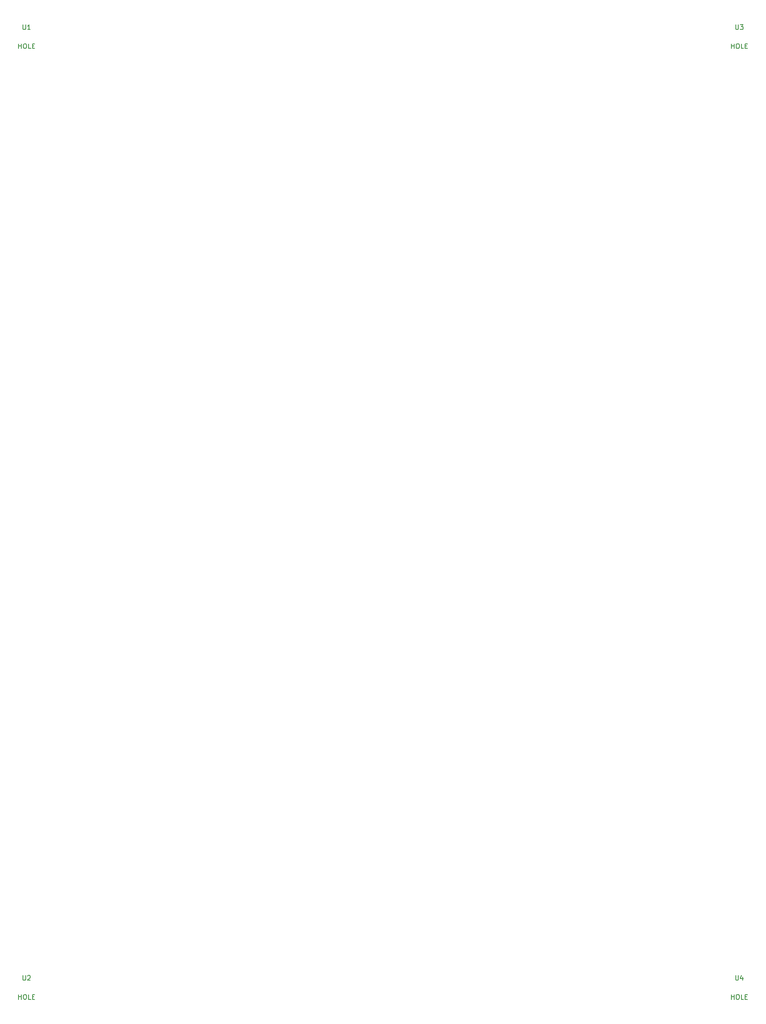
<source format=gto>
G04 (created by PCBNEW (2013-08-24 BZR 4298)-stable) date Sun 01 Sep 2013 01:56:12 PM PDT*
%MOIN*%
G04 Gerber Fmt 3.4, Leading zero omitted, Abs format*
%FSLAX34Y34*%
G01*
G70*
G90*
G04 APERTURE LIST*
%ADD10C,0.005906*%
G04 APERTURE END LIST*
G54D10*
X17416Y-16713D02*
X17416Y-17032D01*
X17435Y-17069D01*
X17454Y-17088D01*
X17491Y-17107D01*
X17566Y-17107D01*
X17604Y-17088D01*
X17622Y-17069D01*
X17641Y-17032D01*
X17641Y-16713D01*
X18035Y-17107D02*
X17810Y-17107D01*
X17922Y-17107D02*
X17922Y-16713D01*
X17885Y-16769D01*
X17847Y-16807D01*
X17810Y-16826D01*
X17060Y-18682D02*
X17060Y-18288D01*
X17060Y-18475D02*
X17285Y-18475D01*
X17285Y-18682D02*
X17285Y-18288D01*
X17547Y-18288D02*
X17622Y-18288D01*
X17660Y-18307D01*
X17697Y-18344D01*
X17716Y-18419D01*
X17716Y-18550D01*
X17697Y-18625D01*
X17660Y-18663D01*
X17622Y-18682D01*
X17547Y-18682D01*
X17510Y-18663D01*
X17472Y-18625D01*
X17454Y-18550D01*
X17454Y-18419D01*
X17472Y-18344D01*
X17510Y-18307D01*
X17547Y-18288D01*
X18072Y-18682D02*
X17885Y-18682D01*
X17885Y-18288D01*
X18203Y-18475D02*
X18335Y-18475D01*
X18391Y-18682D02*
X18203Y-18682D01*
X18203Y-18288D01*
X18391Y-18288D01*
X17416Y-95453D02*
X17416Y-95772D01*
X17435Y-95809D01*
X17454Y-95828D01*
X17491Y-95847D01*
X17566Y-95847D01*
X17604Y-95828D01*
X17622Y-95809D01*
X17641Y-95772D01*
X17641Y-95453D01*
X17810Y-95491D02*
X17829Y-95472D01*
X17866Y-95453D01*
X17960Y-95453D01*
X17997Y-95472D01*
X18016Y-95491D01*
X18035Y-95528D01*
X18035Y-95566D01*
X18016Y-95622D01*
X17791Y-95847D01*
X18035Y-95847D01*
X17060Y-97422D02*
X17060Y-97028D01*
X17060Y-97215D02*
X17285Y-97215D01*
X17285Y-97422D02*
X17285Y-97028D01*
X17547Y-97028D02*
X17622Y-97028D01*
X17660Y-97047D01*
X17697Y-97084D01*
X17716Y-97159D01*
X17716Y-97290D01*
X17697Y-97365D01*
X17660Y-97403D01*
X17622Y-97422D01*
X17547Y-97422D01*
X17510Y-97403D01*
X17472Y-97365D01*
X17454Y-97290D01*
X17454Y-97159D01*
X17472Y-97084D01*
X17510Y-97047D01*
X17547Y-97028D01*
X18072Y-97422D02*
X17885Y-97422D01*
X17885Y-97028D01*
X18203Y-97215D02*
X18335Y-97215D01*
X18391Y-97422D02*
X18203Y-97422D01*
X18203Y-97028D01*
X18391Y-97028D01*
X76471Y-16713D02*
X76471Y-17032D01*
X76490Y-17069D01*
X76509Y-17088D01*
X76546Y-17107D01*
X76621Y-17107D01*
X76659Y-17088D01*
X76677Y-17069D01*
X76696Y-17032D01*
X76696Y-16713D01*
X76846Y-16713D02*
X77090Y-16713D01*
X76959Y-16863D01*
X77015Y-16863D01*
X77052Y-16882D01*
X77071Y-16901D01*
X77090Y-16938D01*
X77090Y-17032D01*
X77071Y-17069D01*
X77052Y-17088D01*
X77015Y-17107D01*
X76902Y-17107D01*
X76865Y-17088D01*
X76846Y-17069D01*
X76115Y-18682D02*
X76115Y-18288D01*
X76115Y-18475D02*
X76340Y-18475D01*
X76340Y-18682D02*
X76340Y-18288D01*
X76602Y-18288D02*
X76677Y-18288D01*
X76715Y-18307D01*
X76752Y-18344D01*
X76771Y-18419D01*
X76771Y-18550D01*
X76752Y-18625D01*
X76715Y-18663D01*
X76677Y-18682D01*
X76602Y-18682D01*
X76565Y-18663D01*
X76527Y-18625D01*
X76509Y-18550D01*
X76509Y-18419D01*
X76527Y-18344D01*
X76565Y-18307D01*
X76602Y-18288D01*
X77127Y-18682D02*
X76940Y-18682D01*
X76940Y-18288D01*
X77259Y-18475D02*
X77390Y-18475D01*
X77446Y-18682D02*
X77259Y-18682D01*
X77259Y-18288D01*
X77446Y-18288D01*
X76471Y-95453D02*
X76471Y-95772D01*
X76490Y-95809D01*
X76509Y-95828D01*
X76546Y-95847D01*
X76621Y-95847D01*
X76659Y-95828D01*
X76677Y-95809D01*
X76696Y-95772D01*
X76696Y-95453D01*
X77052Y-95584D02*
X77052Y-95847D01*
X76959Y-95434D02*
X76865Y-95716D01*
X77109Y-95716D01*
X76115Y-97422D02*
X76115Y-97028D01*
X76115Y-97215D02*
X76340Y-97215D01*
X76340Y-97422D02*
X76340Y-97028D01*
X76602Y-97028D02*
X76677Y-97028D01*
X76715Y-97047D01*
X76752Y-97084D01*
X76771Y-97159D01*
X76771Y-97290D01*
X76752Y-97365D01*
X76715Y-97403D01*
X76677Y-97422D01*
X76602Y-97422D01*
X76565Y-97403D01*
X76527Y-97365D01*
X76509Y-97290D01*
X76509Y-97159D01*
X76527Y-97084D01*
X76565Y-97047D01*
X76602Y-97028D01*
X77127Y-97422D02*
X76940Y-97422D01*
X76940Y-97028D01*
X77259Y-97215D02*
X77390Y-97215D01*
X77446Y-97422D02*
X77259Y-97422D01*
X77259Y-97028D01*
X77446Y-97028D01*
M02*

</source>
